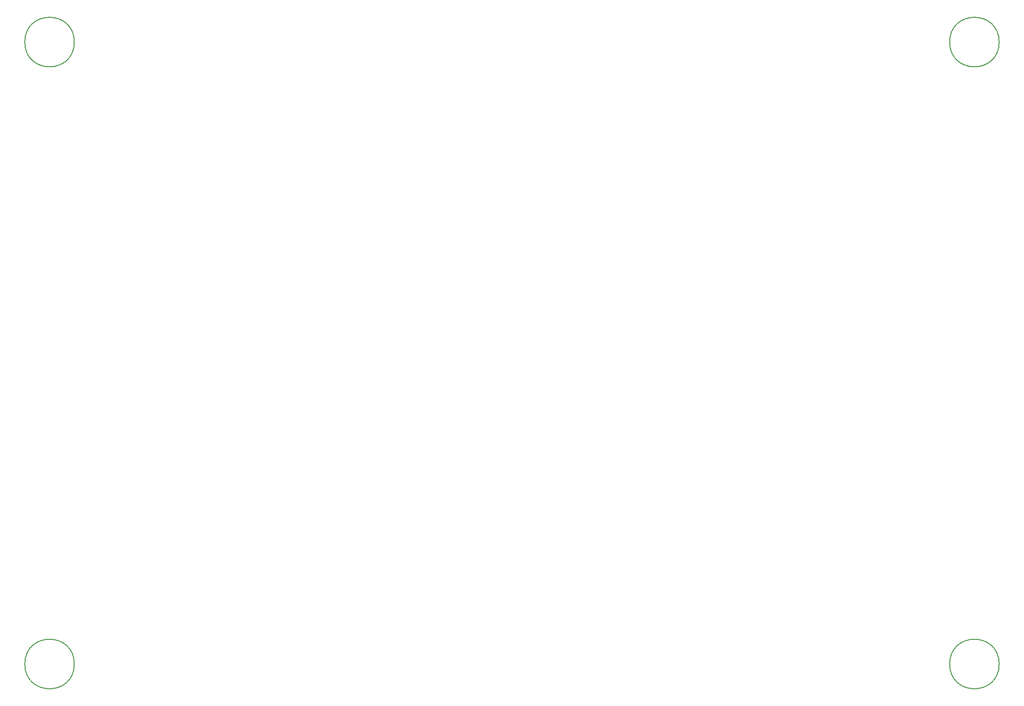
<source format=gbr>
G04 #@! TF.FileFunction,Other,User*
%FSLAX46Y46*%
G04 Gerber Fmt 4.6, Leading zero omitted, Abs format (unit mm)*
G04 Created by KiCad (PCBNEW 4.0.6+dfsg1-1) date Fri Apr 13 21:26:29 2018*
%MOMM*%
%LPD*%
G01*
G04 APERTURE LIST*
%ADD10C,0.100000*%
%ADD11C,0.150000*%
G04 APERTURE END LIST*
D10*
D11*
X199500000Y-45000000D02*
G75*
G03X199500000Y-45000000I-4500000J0D01*
G01*
X31500000Y-158000000D02*
G75*
G03X31500000Y-158000000I-4500000J0D01*
G01*
X31500000Y-45000000D02*
G75*
G03X31500000Y-45000000I-4500000J0D01*
G01*
X199500000Y-158000000D02*
G75*
G03X199500000Y-158000000I-4500000J0D01*
G01*
M02*

</source>
